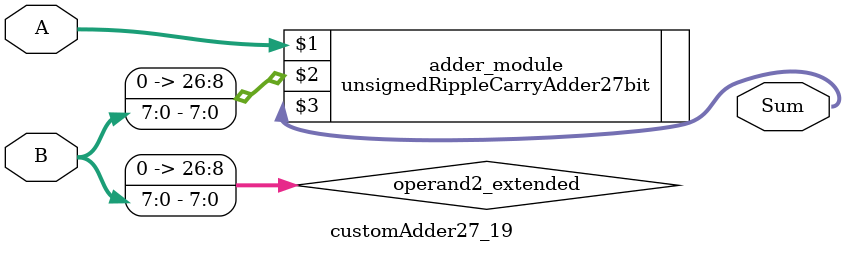
<source format=v>

module customAdder27_19(
                    input [26 : 0] A,
                    input [7 : 0] B,
                    
                    output [27 : 0] Sum
            );

    wire [26 : 0] operand2_extended;
    
    assign operand2_extended =  {19'b0, B};
    
    unsignedRippleCarryAdder27bit adder_module(
        A,
        operand2_extended,
        Sum
    );
    
endmodule
        
</source>
